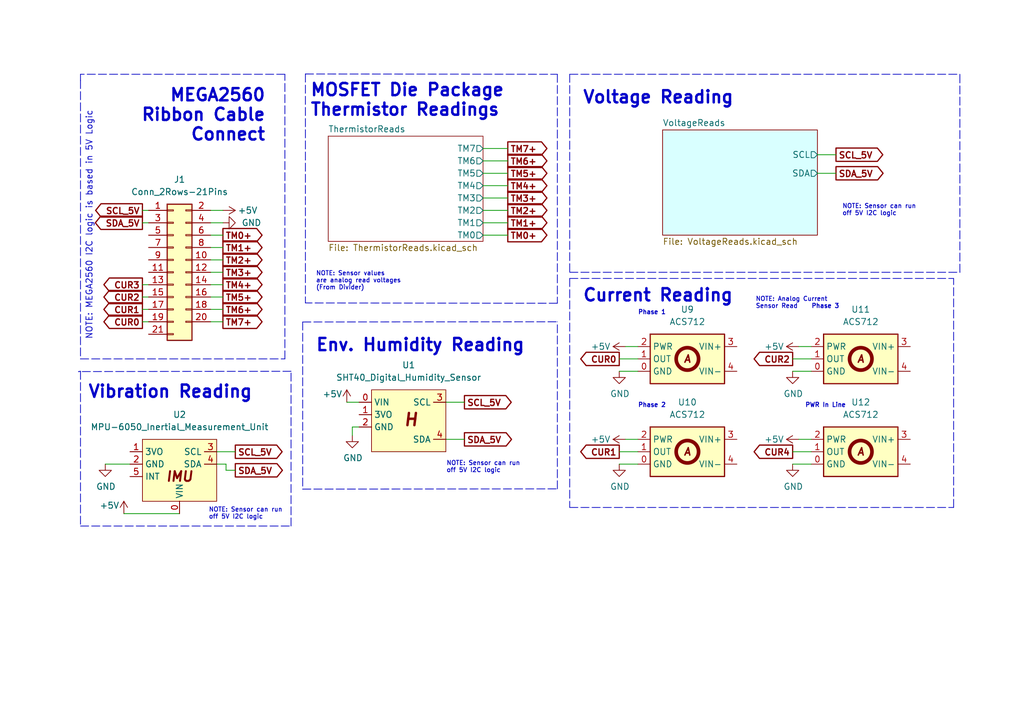
<source format=kicad_sch>
(kicad_sch (version 20211123) (generator eeschema)
  (paper "A5")
  (title_block (title "Prognostic Board for Power Electronic Converter Monitoring") (date "6/13/22") (rev "Rev 1.0") (company "ECE 4806: Luis Yon , Corwin Warner"))
  (lib_symbols
    (symbol "ACS712_1"
      (property "Reference" "U9" (at 0 0 0))
      (property "Value" "ACS712_1" (at 0 -2.54 0))
      (symbol "ACS712_1_0_0"
        (circle (center 0 -10.16) (radius 2.2991) (stroke (width 0.75)))
        (text "A" (at 0 -10.16 0) (effects (font (size 1.5 1.5) bold italic)))
      )
      (symbol "ACS712_1_0_1"
        (rectangle (start 7.62 -15.24) (end -7.62 -5.08) (stroke (width 0.254)) (fill (type background)))
      )
      (symbol "ACS712_1_1_1"
        (pin input line (at -10.16 -12.7 0) (length 2.54) (name "GND") (number "0"))
        (pin input line (at -10.16 -10.16 0) (length 2.54) (name "OUT") (number "1"))
        (pin input line (at -10.16 -7.62 0) (length 2.54) (name "PWR") (number "2"))
        (pin input line (at 10.16 -7.62 180) (length 2.54) (name "VIN+") (number "3"))
        (pin input line (at 10.16 -12.7 180) (length 2.54) (name "VIN-") (number "4"))
      )
    )
    (symbol "Connector_Generic:Conn_2Rows-21Pins" (pin_names (offset 1.016) hide)
      (property "Reference" "J" (at 1.27 15.24 0))
      (property "Value" "Conn_2Rows-21Pins" (at 1.27 -15.24 0))
      (symbol "Conn_2Rows-21Pins_1_1"
        (rectangle (start -1.27 -12.573) (end 0 -12.827) (stroke (width 0.1524)))
        (rectangle (start -1.27 -10.033) (end 0 -10.287) (stroke (width 0.1524)))
        (rectangle (start -1.27 -7.493) (end 0 -7.747) (stroke (width 0.1524)))
        (rectangle (start -1.27 -4.953) (end 0 -5.207) (stroke (width 0.1524)))
        (rectangle (start -1.27 -2.413) (end 0 -2.667) (stroke (width 0.1524)))
        (rectangle (start -1.27 0.127) (end 0 -0.127) (stroke (width 0.1524)))
        (rectangle (start -1.27 2.667) (end 0 2.413) (stroke (width 0.1524)))
        (rectangle (start -1.27 5.207) (end 0 4.953) (stroke (width 0.1524)))
        (rectangle (start -1.27 7.747) (end 0 7.493) (stroke (width 0.1524)))
        (rectangle (start -1.27 10.287) (end 0 10.033) (stroke (width 0.1524)))
        (rectangle (start -1.27 12.827) (end 0 12.573) (stroke (width 0.1524)))
        (rectangle (start -1.27 13.97) (end 3.81 -13.97) (stroke (width 0.254)) (fill (type background)))
        (rectangle (start 3.81 -10.033) (end 2.54 -10.287) (stroke (width 0.1524)))
        (rectangle (start 3.81 -7.493) (end 2.54 -7.747) (stroke (width 0.1524)))
        (rectangle (start 3.81 -4.953) (end 2.54 -5.207) (stroke (width 0.1524)))
        (rectangle (start 3.81 -2.413) (end 2.54 -2.667) (stroke (width 0.1524)))
        (rectangle (start 3.81 0.127) (end 2.54 -0.127) (stroke (width 0.1524)))
        (rectangle (start 3.81 2.667) (end 2.54 2.413) (stroke (width 0.1524)))
        (rectangle (start 3.81 5.207) (end 2.54 4.953) (stroke (width 0.1524)))
        (rectangle (start 3.81 7.747) (end 2.54 7.493) (stroke (width 0.1524)))
        (rectangle (start 3.81 10.287) (end 2.54 10.033) (stroke (width 0.1524)))
        (rectangle (start 3.81 12.827) (end 2.54 12.573) (stroke (width 0.1524)))
        (pin passive line (at -5.08 12.7 0) (length 3.81) (name "Pin_1") (number "1"))
        (pin passive line (at 7.62 2.54 180) (length 3.81) (name "Pin_10") (number "10"))
        (pin passive line (at -5.08 0 0) (length 3.81) (name "Pin_11") (number "11"))
        (pin passive line (at 7.62 0 180) (length 3.81) (name "Pin_12") (number "12"))
        (pin passive line (at -5.08 -2.54 0) (length 3.81) (name "Pin_13") (number "13"))
        (pin passive line (at 7.62 -2.54 180) (length 3.81) (name "Pin_14") (number "14"))
        (pin passive line (at -5.08 -5.08 0) (length 3.81) (name "Pin_15") (number "15"))
        (pin passive line (at 7.62 -5.08 180) (length 3.81) (name "Pin_16") (number "16"))
        (pin passive line (at -5.08 -7.62 0) (length 3.81) (name "Pin_17") (number "17"))
        (pin passive line (at 7.62 -7.62 180) (length 3.81) (name "Pin_18") (number "18"))
        (pin passive line (at -5.08 -10.16 0) (length 3.81) (name "Pin_19") (number "19"))
        (pin passive line (at 7.62 12.7 180) (length 3.81) (name "Pin_2") (number "2"))
        (pin passive line (at 7.62 -10.16 180) (length 3.81) (name "Pin_20") (number "20"))
        (pin passive line (at -5.08 -12.7 0) (length 3.81) (name "Pin_21") (number "21"))
        (pin passive line (at -5.08 10.16 0) (length 3.81) (name "Pin_3") (number "3"))
        (pin passive line (at 7.62 10.16 180) (length 3.81) (name "Pin_4") (number "4"))
        (pin passive line (at -5.08 7.62 0) (length 3.81) (name "Pin_5") (number "5"))
        (pin passive line (at 7.62 7.62 180) (length 3.81) (name "Pin_6") (number "6"))
        (pin passive line (at -5.08 5.08 0) (length 3.81) (name "Pin_7") (number "7"))
        (pin passive line (at 7.62 5.08 180) (length 3.81) (name "Pin_8") (number "8"))
        (pin passive line (at -5.08 2.54 0) (length 3.81) (name "Pin_9") (number "9"))
      )
    )
    (symbol "Sensor_Humidity:SHT40_Digital_Humidity_Sensor"
      (property "Reference" "U" (at 0 2.54 0))
      (property "Value" "SHT40_Digital_Humidity_Sensor" (at 0 5.08 0))
      (symbol "SHT40_Digital_Humidity_Sensor_0_0"
        (text "H" (at 0.4647 -6.1123 0) (effects (font (size 2.5 2.5) bold italic)))
      )
      (symbol "SHT40_Digital_Humidity_Sensor_0_1"
        (rectangle (start -7.62 0) (end 7.62 -12.7) (fill (type background)))
      )
      (symbol "SHT40_Digital_Humidity_Sensor_1_1"
        (pin input line (at -10.16 -2.54 0) (length 2.54) (name "VIN") (number "0"))
        (pin input line (at -10.16 -5.08 0) (length 2.54) (name "3VO") (number "1"))
        (pin input line (at -10.16 -7.62 0) (length 2.54) (name "GND") (number "2"))
        (pin input line (at 7.62 -2.54 180) (length 2.54) (name "SCL") (number "3"))
        (pin input line (at 7.62 -10.16 180) (length 2.54) (name "SDA") (number "4"))
      )
    )
    (symbol "Sensor_Motion:MPU-6050_Inertial_Measurement_Unit"
      (property "Reference" "U" (at 0 -2.54 0))
      (property "Value" "MPU-6050_Inertial_Measurement_Unit" (at 0 0 0))
      (symbol "MPU-6050_Inertial_Measurement_Unit_0_0"
        (text "IMU" (at 0 -12.7 0) (effects (font (size 2 2) bold italic)))
      )
      (symbol "MPU-6050_Inertial_Measurement_Unit_0_1"
        (rectangle (start -7.62 -5.08) (end 7.62 -17.78) (fill (type background)))
      )
      (symbol "MPU-6050_Inertial_Measurement_Unit_1_1"
        (pin input line (at 0 -20.32 90) (length 2.54) (name "VIN") (number "0"))
        (pin input line (at -10.16 -7.62 0) (length 2.54) (name "3VO") (number "1"))
        (pin input line (at -10.16 -10.16 0) (length 2.54) (name "GND") (number "2"))
        (pin input line (at 7.62 -7.62 180) (length 2.54) (name "SCL") (number "3"))
        (pin input line (at 7.62 -10.16 180) (length 2.54) (name "SDA") (number "4"))
        (pin input line (at -10.16 -12.7 0) (length 2.54) (name "INT") (number "5"))
      )
    )
    (symbol "power:+5V" (power) (pin_names (offset 0))
      (property "Value" "+5V" (at 0 3.556 0))
      (symbol "+5V_0_1"
        (polyline (pts (xy -0.762 1.27) (xy 0 2.54)))
        (polyline (pts (xy 0 0) (xy 0 2.54)))
        (polyline (pts (xy 0 2.54) (xy 0.762 1.27)))
      )
      (symbol "+5V_1_1"
        (pin power_in line (at 0 0 90) (length 0) hide (name "+5V") (number "1"))
      )
    )
    (symbol "power:GND" (power) (pin_names (offset 0))
      (property "Value" "GND" (at 0 -3.81 0))
      (symbol "GND_0_1"
        (polyline (pts (xy 0 0) (xy 0 -1.27) (xy 1.27 -1.27) (xy 0 -2.54) (xy -1.27 -1.27) (xy 0 -1.27)))
      )
      (symbol "GND_1_1"
        (pin power_in line (at 0 0 270) (length 0) hide (name "GND") (number "1"))
      )
    )
  )
  (wire (pts (xy 162.56 76.2) (xy 166.37 76.2)))
  (wire (pts (xy 99.06 33.02) (xy 104.14 33.02)))
  (wire (pts (xy 127 92.71) (xy 130.81 92.71)))
  (wire (pts (xy 127 95.25) (xy 130.81 95.25)))
  (polyline (pts (xy 16.51 107.95) (xy 59.69 107.95)))
  (polyline (pts (xy 196.85 55.88) (xy 196.85 15.24)))
  (wire (pts (xy 73.66 87.63) (xy 72.2532 87.63)))
  (polyline (pts (xy 195.58 104.14) (xy 195.58 57.15)))
  (polyline (pts (xy 116.84 55.88) (xy 196.85 55.88)))
  (polyline (pts (xy 59.69 107.95) (xy 59.69 76.2)))
  (wire (pts (xy 29.21 66.04) (xy 30.48 66.04)))
  (wire (pts (xy 162.56 92.71) (xy 166.37 92.71)))
  (wire (pts (xy 162.56 95.25) (xy 166.37 95.25)))
  (wire (pts (xy 43.18 60.96) (xy 45.72 60.96)))
  (polyline (pts (xy 116.84 57.15) (xy 116.84 104.14)))
  (wire (pts (xy 71.12 82.55) (xy 73.66 82.55)))
  (polyline (pts (xy 62.0791 66.0832) (xy 114.3 66.04)))
  (wire (pts (xy 21.59 95.25) (xy 26.67 95.25)))
  (polyline (pts (xy 16.51 73.66) (xy 58.42 73.66)))
  (polyline (pts (xy 58.42 73.66) (xy 58.42 15.24)))
  (polyline (pts (xy 62.0791 100.3732) (xy 114.3 100.33)))
  (polyline (pts (xy 16.51 15.24) (xy 16.51 16.51)))
  (wire (pts (xy 29.21 60.96) (xy 30.48 60.96)))
  (wire (pts (xy 127 76.2) (xy 130.81 76.2)))
  (wire (pts (xy 46.3595 96.52) (xy 48.26 96.52)))
  (wire (pts (xy 46.3595 95.25) (xy 46.3595 96.52)))
  (polyline (pts (xy 116.84 57.15) (xy 195.58 57.15)))
  (wire (pts (xy 128.27 90.17) (xy 130.81 90.17)))
  (wire (pts (xy 99.06 43.18) (xy 104.14 43.18)))
  (wire (pts (xy 91.44 82.55) (xy 95.25 82.55)))
  (wire (pts (xy 43.18 58.42) (xy 45.72 58.42)))
  (wire (pts (xy 29.21 58.42) (xy 30.48 58.42)))
  (polyline (pts (xy 62.6294 15.1869) (xy 114.3 15.24)))
  (wire (pts (xy 25.4 105.41) (xy 36.83 105.41)))
  (wire (pts (xy 43.18 43.18) (xy 45.72 43.18)))
  (wire (pts (xy 29.21 45.72) (xy 30.48 45.72)))
  (wire (pts (xy 91.44 90.17) (xy 95.25 90.17)))
  (wire (pts (xy 43.18 53.34) (xy 45.72 53.34)))
  (wire (pts (xy 162.56 73.66) (xy 166.37 73.66)))
  (wire (pts (xy 163.83 71.12) (xy 166.37 71.12)))
  (wire (pts (xy 72.2532 87.63) (xy 72.2532 89.3696)))
  (wire (pts (xy 167.64 35.56) (xy 171.45 35.56)))
  (wire (pts (xy 43.18 50.8) (xy 45.72 50.8)))
  (wire (pts (xy 29.21 63.5) (xy 30.48 63.5)))
  (polyline (pts (xy 16.51 76.2) (xy 16.51 107.95)))
  (polyline (pts (xy 62.6294 15.1869) (xy 62.6294 62.1769)))
  (polyline (pts (xy 114.3 100.33) (xy 114.3 66.04)))
  (wire (pts (xy 128.27 71.12) (xy 130.81 71.12)))
  (polyline (pts (xy 116.84 15.24) (xy 196.85 15.24)))
  (polyline (pts (xy 62.0791 66.0832) (xy 62.0791 100.3732)))
  (wire (pts (xy 127 73.66) (xy 130.81 73.66)))
  (wire (pts (xy 99.06 38.1) (xy 104.14 38.1)))
  (wire (pts (xy 43.18 66.04) (xy 45.72 66.04)))
  (wire (pts (xy 167.64 31.75) (xy 171.45 31.75)))
  (polyline (pts (xy 116.84 104.14) (xy 195.58 104.14)))
  (wire (pts (xy 163.83 90.17) (xy 166.37 90.17)))
  (wire (pts (xy 29.21 43.18) (xy 30.48 43.18)))
  (wire (pts (xy 43.18 48.26) (xy 45.72 48.26)))
  (polyline (pts (xy 16.51 76.2) (xy 16.1106 76.2531)))
  (polyline (pts (xy 114.3 15.24) (xy 114.3 62.23)))
  (wire (pts (xy 99.06 40.64) (xy 104.14 40.64)))
  (wire (pts (xy 44.45 95.25) (xy 46.3595 95.25)))
  (polyline (pts (xy 16.51 16.51) (xy 16.51 73.66)))
  (wire (pts (xy 99.06 30.48) (xy 104.14 30.48)))
  (wire (pts (xy 44.45 92.71) (xy 48.26 92.71)))
  (wire (pts (xy 99.06 48.26) (xy 104.14 48.26)))
  (wire (pts (xy 99.06 35.56) (xy 104.14 35.56)))
  (polyline (pts (xy 58.42 15.24) (xy 16.51 15.24)))
  (polyline (pts (xy 59.69 76.2) (xy 16.1106 76.2531)))
  (wire (pts (xy 43.18 45.72) (xy 45.72 45.72)))
  (wire (pts (xy 43.18 55.88) (xy 45.72 55.88)))
  (wire (pts (xy 43.18 63.5) (xy 45.72 63.5)))
  (polyline (pts (xy 116.84 15.24) (xy 116.84 55.88)))
  (polyline (pts (xy 114.3 62.23) (xy 62.6294 62.1769)))
  (wire (pts (xy 99.06 45.72) (xy 104.14 45.72)))
  (text "Current Reading" (at 119.38 62.23 0) (effects (font (size 2.5 2.5) bold) (justify left bottom)))
  (text "MOSFET Die Package\nThermistor Readings" (at 63.5 24.13 0) (effects (font (size 2.5 2.5) bold) (justify left bottom)))
  (text "NOTE: Sensor can run \noff 5V I2C logic" (at 172.72 44.45 0) (effects (font (size 0.9 0.9)) (justify left bottom)))
  (text "Phase 2" (at 130.81 83.82 0) (effects (font (size 0.9 0.9) (thickness 0.18) bold) (justify left bottom)))
  (text "Voltage Reading" (at 119.38 21.59 0) (effects (font (size 2.5 2.5) bold) (justify left bottom)))
  (text "NOTE: Sensor can run \noff 5V I2C logic" (at 91.5231 97.1893 0) (effects (font (size 0.9 0.9)) (justify left bottom)))
  (text "NOTE: Analog Current\nSensor Read" (at 154.94 63.5 0) (effects (font (size 0.9 0.9)) (justify left bottom)))
  (text "Vibration Reading" (at 17.9336 82.0042 0) (effects (font (size 2.5 2.5) bold) (justify left bottom)))
  (text "NOTE: Sensor values\nare analog read voltages\n(From Divider)" (at 64.77 59.69 0) (effects (font (size 0.9 0.9)) (justify left bottom)))
  (text "PWR In Line\n" (at 165.1 83.82 0) (effects (font (size 0.9 0.9) (thickness 0.18) bold) (justify left bottom)))
  (text "Phase 1" (at 130.81 64.77 0) (effects (font (size 0.9 0.9) (thickness 0.18) bold) (justify left bottom)))
  (text "NOTE: MEGA2560 I2C logic is based in 5V Logic" (at 19.05 69.85 90) (effects (font (size 1.27 1.27)) (justify left bottom)))
  (text "NOTE: Sensor can run \noff 5V I2C logic" (at 42.7806 106.7331 0) (effects (font (size 0.9 0.9)) (justify left bottom)))
  (text "MEGA2560\nRibbon Cable\nConnect" (at 54.61 29.21 180) (effects (font (size 2.5 2.5) bold) (justify right bottom)))
  (text "Phase 3" (at 166.37 63.5 0) (effects (font (size 0.9 0.9) (thickness 0.18) bold) (justify left bottom)))
  (text "Env. Humidity Reading" (at 64.6191 72.4332 0) (effects (font (size 2.5 2.5) bold) (justify left bottom)))
  (global_label "TM6+" (shape output) (at 45.72 63.5 0) (effects (font bold)) (property "Intersheet References" "${INTERSHEET_REFS}" (effects hide)))
  (global_label "CUR0" (shape output) (at 127 73.66 180) (effects (font bold)) (property "Intersheet References" "${INTERSHEET_REFS}" (effects hide)))
  (global_label "SDA_5V" (shape output) (at 48.26 96.52 0) (effects (font bold)) (property "Intersheet References" "${INTERSHEET_REFS}" (effects hide)))
  (global_label "SCL_5V" (shape output) (at 171.45 31.75 0) (effects (font bold)) (property "Intersheet References" "${INTERSHEET_REFS}" (effects hide)))
  (global_label "TM1+" (shape output) (at 104.14 45.72 0) (effects (font bold)) (property "Intersheet References" "${INTERSHEET_REFS}" (effects hide)))
  (global_label "CUR1" (shape output) (at 29.21 63.5 180) (effects (font bold)) (property "Intersheet References" "${INTERSHEET_REFS}" (effects hide)))
  (global_label "TM2+" (shape output) (at 104.14 43.18 0) (effects (font bold)) (property "Intersheet References" "${INTERSHEET_REFS}" (effects hide)))
  (global_label "CUR0" (shape output) (at 29.21 66.04 180) (effects (font bold)) (property "Intersheet References" "${INTERSHEET_REFS}" (effects hide)))
  (global_label "CUR2" (shape output) (at 29.21 60.96 180) (effects (font bold)) (property "Intersheet References" "${INTERSHEET_REFS}" (effects hide)))
  (global_label "SCL_5V" (shape output) (at 95.25 82.55 0) (effects (font bold)) (property "Intersheet References" "${INTERSHEET_REFS}" (effects hide)))
  (global_label "TM4+" (shape output) (at 104.14 38.1 0) (effects (font bold)) (property "Intersheet References" "${INTERSHEET_REFS}" (effects hide)))
  (global_label "CUR3" (shape output) (at 29.21 58.42 180) (effects (font bold)) (property "Intersheet References" "${INTERSHEET_REFS}" (effects hide)))
  (global_label "TM1+" (shape output) (at 45.72 50.8 0) (effects (font bold)) (property "Intersheet References" "${INTERSHEET_REFS}" (effects hide)))
  (global_label "CUR2" (shape output) (at 162.56 73.66 180) (effects (font bold)) (property "Intersheet References" "${INTERSHEET_REFS}" (effects hide)))
  (global_label "TM7+" (shape output) (at 45.72 66.04 0) (effects (font bold)) (property "Intersheet References" "${INTERSHEET_REFS}" (effects hide)))
  (global_label "SDA_5V" (shape output) (at 95.25 90.17 0) (effects (font bold)) (property "Intersheet References" "${INTERSHEET_REFS}" (effects hide)))
  (global_label "SDA_5V" (shape output) (at 171.45 35.56 0) (effects (font bold)) (property "Intersheet References" "${INTERSHEET_REFS}" (effects hide)))
  (global_label "TM5+" (shape output) (at 45.72 60.96 0) (effects (font bold)) (property "Intersheet References" "${INTERSHEET_REFS}" (effects hide)))
  (global_label "SCL_5V" (shape output) (at 29.21 43.18 180) (effects (font bold)) (property "Intersheet References" "${INTERSHEET_REFS}" (effects hide)))
  (global_label "TM6+" (shape output) (at 104.14 33.02 0) (effects (font bold)) (property "Intersheet References" "${INTERSHEET_REFS}" (effects hide)))
  (global_label "SCL_5V" (shape output) (at 48.26 92.71 0) (effects (font bold)) (property "Intersheet References" "${INTERSHEET_REFS}" (effects hide)))
  (global_label "TM0+" (shape output) (at 45.72 48.26 0) (effects (font bold)) (property "Intersheet References" "${INTERSHEET_REFS}" (effects hide)))
  (global_label "TM0+" (shape output) (at 104.14 48.26 0) (effects (font bold)) (property "Intersheet References" "${INTERSHEET_REFS}" (effects hide)))
  (global_label "TM4+" (shape output) (at 45.72 58.42 0) (effects (font bold)) (property "Intersheet References" "${INTERSHEET_REFS}" (effects hide)))
  (global_label "TM5+" (shape output) (at 104.14 35.56 0) (effects (font bold)) (property "Intersheet References" "${INTERSHEET_REFS}" (effects hide)))
  (global_label "CUR4" (shape output) (at 162.56 92.71 180) (effects (font bold)) (property "Intersheet References" "${INTERSHEET_REFS}" (effects hide)))
  (global_label "TM2+" (shape output) (at 45.72 53.34 0) (effects (font bold)) (property "Intersheet References" "${INTERSHEET_REFS}" (effects hide)))
  (global_label "SDA_5V" (shape output) (at 29.21 45.72 180) (effects (font bold)) (property "Intersheet References" "${INTERSHEET_REFS}" (effects hide)))
  (global_label "CUR1" (shape output) (at 127 92.71 180) (effects (font bold)) (property "Intersheet References" "${INTERSHEET_REFS}" (effects hide)))
  (global_label "TM3+" (shape output) (at 45.72 55.88 0) (effects (font bold)) (property "Intersheet References" "${INTERSHEET_REFS}" (effects hide)))
  (global_label "TM7+" (shape output) (at 104.14 30.48 0) (effects (font bold)) (property "Intersheet References" "${INTERSHEET_REFS}" (effects hide)))
  (global_label "TM3+" (shape output) (at 104.14 40.64 0) (effects (font bold)) (property "Intersheet References" "${INTERSHEET_REFS}" (effects hide)))
  (symbol (lib_id "Sensor_Motion:MPU-6050_Inertial_Measurement_Unit") (at 36.83 85.09 0) (unit 1)
    (property "Reference" "U2" (at 36.83 85.09 0))
    (property "Value" "MPU-6050_Inertial_Measurement_Unit" (at 36.83 87.63 0))
    (property "Footprint" "Sensor_Motion:MPU6050_BB" (effects hide))
    (property "Datasheet" "https://www.adafruit.com/product/3886" (effects hide))
  )
  (symbol (lib_id "Sensor_Humidity:SHT40_Digital_Humidity_Sensor") (at 83.82 80.01 0) (unit 1)
    (property "Reference" "U1" (at 83.82 74.93 0))
    (property "Value" "SHT40_Digital_Humidity_Sensor" (at 83.82 77.47 0))
    (property "Footprint" "Sensor_Humidity:SHT40_BB" (effects hide))
    (property "Datasheet" "https://www.adafruit.com/product/4885" (effects hide))
  )
  (symbol (lib_id "power:+5V") (at 163.83 90.17 90) (unit 1)
    (property "Reference" "#PWR?" (effects hide))
    (property "Value" "+5V" (at 158.75 90.17 90))
  )
  (symbol (lib_name "ACS712_1") (lib_id "Sensor_Current:ACS712") (at 140.97 82.55 0) (unit 1)
    (property "Reference" "U10" (at 140.97 82.55 0))
    (property "Value" "ACS712" (at 140.97 85.09 0))
    (property "Footprint" "Sensor_Current:ACS712" (effects hide))
    (property "Datasheet" "https://www.amazon.com/gp/product/B091Y2V3G7/ref=ppx_yo_dt_b_search_asin_title?ie=UTF8&th=1" (effects hide))
  )
  (symbol (lib_id "power:GND") (at 21.59 95.25 0) (unit 1)
    (property "Reference" "#PWR?" (effects hide))
    (property "Value" "GND" (at 21.7268 99.8604 0))
  )
  (symbol (lib_id "power:GND") (at 72.2532 89.3696 0) (unit 1)
    (property "Reference" "#PWR?" (effects hide))
    (property "Value" "GND" (at 72.39 93.98 0))
  )
  (symbol (lib_id "power:+5V") (at 163.83 71.12 90) (unit 1)
    (property "Reference" "#PWR?" (effects hide))
    (property "Value" "+5V" (at 158.75 71.12 90))
  )
  (symbol (lib_id "power:+5V") (at 128.27 90.17 90) (unit 1)
    (property "Reference" "#PWR?" (effects hide))
    (property "Value" "+5V" (at 123.19 90.17 90))
  )
  (symbol (lib_id "power:GND") (at 127 95.25 0) (unit 1)
    (property "Reference" "#PWR?" (effects hide))
    (property "Value" "GND" (at 127.1368 99.8604 0))
  )
  (symbol (lib_id "Connector_Generic:Conn_2Rows-21Pins") (at 35.56 55.88 0) (unit 1)
    (property "Reference" "J1" (at 36.83 36.83 0))
    (property "Value" "Conn_2Rows-21Pins" (at 36.83 39.37 0))
    (property "Footprint" "Connector_PinHeader_2.54mm:PinHeader_2x10_P2.54mm_Vertical" (effects hide))
  )
  (symbol (lib_name "ACS712_1") (lib_id "Sensor_Current:ACS712") (at 176.53 63.5 0) (unit 1)
    (property "Reference" "U11" (at 176.53 63.5 0))
    (property "Value" "ACS712" (at 176.53 66.04 0))
    (property "Footprint" "Sensor_Current:ACS712" (effects hide))
    (property "Datasheet" "https://www.amazon.com/gp/product/B091Y2V3G7/ref=ppx_yo_dt_b_search_asin_title?ie=UTF8&th=1" (effects hide))
  )
  (symbol (lib_name "ACS712_1") (lib_id "Sensor_Current:ACS712") (at 176.53 82.55 0) (unit 1)
    (property "Reference" "U12" (at 176.53 82.55 0))
    (property "Value" "ACS712" (at 176.53 85.09 0))
    (property "Footprint" "Sensor_Current:ACS712" (effects hide))
    (property "Datasheet" "https://www.amazon.com/gp/product/B091Y2V3G7/ref=ppx_yo_dt_b_search_asin_title?ie=UTF8&th=1" (effects hide))
  )
  (symbol (lib_id "power:+5V") (at 45.72 43.18 270) (unit 1)
    (property "Reference" "#PWR?" (effects hide))
    (property "Value" "+5V" (at 50.8 43.18 90))
  )
  (symbol (lib_id "power:+5V") (at 25.4 105.41 0) (unit 1)
    (property "Reference" "#PWR?" (effects hide))
    (property "Value" "+5V" (at 22.4474 103.7401 0))
  )
  (symbol (lib_id "power:+5V") (at 71.12 82.55 0) (unit 1)
    (property "Reference" "#PWR?" (effects hide))
    (property "Value" "+5V" (at 68.1674 80.8801 0))
  )
  (symbol (lib_id "power:GND") (at 162.56 95.25 0) (unit 1)
    (property "Reference" "#PWR?" (effects hide))
    (property "Value" "GND" (at 162.6968 99.8604 0))
  )
  (symbol (lib_id "power:GND") (at 45.72 45.72 90) (unit 1)
    (property "Reference" "#PWR?" (effects hide))
    (property "Value" "GND" (at 49.53 45.7199 90) (effects (justify right)))
  )
  (symbol (lib_id "power:+5V") (at 128.27 71.12 90) (unit 1)
    (property "Reference" "#PWR?" (effects hide))
    (property "Value" "+5V" (at 123.19 71.12 90))
  )
  (symbol (lib_id "power:GND") (at 127 76.2 0) (unit 1)
    (property "Reference" "#PWR?" (effects hide))
    (property "Value" "GND" (at 127.1368 80.8104 0))
  )
  (symbol (lib_id "power:GND") (at 162.56 76.2 0) (unit 1)
    (property "Reference" "#PWR?" (effects hide))
    (property "Value" "GND" (at 162.6968 80.8104 0))
  )
  (symbol (lib_name "ACS712_1") (lib_id "Sensor_Current:ACS712") (at 140.97 63.5 0) (unit 1)
    (property "Reference" "U9" (at 140.97 63.5 0))
    (property "Value" "ACS712" (at 140.97 66.04 0))
    (property "Footprint" "Sensor_Current:ACS712" (effects hide))
    (property "Datasheet" "https://www.amazon.com/gp/product/B091Y2V3G7/ref=ppx_yo_dt_b_search_asin_title?ie=UTF8&th=1" (effects hide))
  )
  (sheet (at 135.89 26.67) (size 31.75 21.59) (stroke (width 0.1524)) (fill (color 0 255 255 0.1500))
    (property "Sheet name" "VoltageReads" (at 135.89 25.9584 0) (effects (justify left bottom)))
    (property "Sheet file" "VoltageReads.kicad_sch" (at 135.89 48.8446 0) (effects (justify left top)))
    (pin "SCL" output (at 167.64 31.75 0))
    (pin "SDA" output (at 167.64 35.56 0))
  )
  (sheet (at 67.31 27.94) (size 31.75 21.59) (stroke (width 0.1524)) (fill (color 255 255 255 1.0000))
    (property "Sheet name" "ThermistorReads" (at 67.31 27.2284 0) (effects (justify left bottom)))
    (property "Sheet file" "ThermistorReads.kicad_sch" (at 67.31 50.1146 0) (effects (justify left top)))
    (pin "TM5" output (at 99.06 35.56 0))
    (pin "TM2" output (at 99.06 43.18 0))
    (pin "TM3" output (at 99.06 40.64 0))
    (pin "TM4" output (at 99.06 38.1 0))
    (pin "TM0" output (at 99.06 48.26 0))
    (pin "TM1" output (at 99.06 45.72 0))
    (pin "TM7" output (at 99.06 30.48 0))
    (pin "TM6" output (at 99.06 33.02 0))
  )
)
</source>
